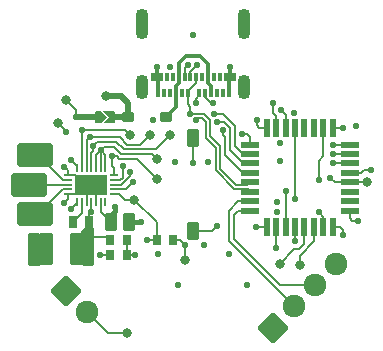
<source format=gtl>
G04*
G04 #@! TF.GenerationSoftware,Altium Limited,Altium Designer,25.1.2 (22)*
G04*
G04 Layer_Physical_Order=1*
G04 Layer_Color=255*
%FSLAX43Y43*%
%MOMM*%
G71*
G04*
G04 #@! TF.SameCoordinates,66C82C06-DC23-4D2E-A039-6B46B43C7AA7*
G04*
G04*
G04 #@! TF.FilePolarity,Positive*
G04*
G01*
G75*
%ADD13C,0.150*%
G04:AMPARAMS|DCode=14|XSize=1.5mm|YSize=1mm|CornerRadius=0.1mm|HoleSize=0mm|Usage=FLASHONLY|Rotation=90.000|XOffset=0mm|YOffset=0mm|HoleType=Round|Shape=RoundedRectangle|*
%AMROUNDEDRECTD14*
21,1,1.500,0.800,0,0,90.0*
21,1,1.300,1.000,0,0,90.0*
1,1,0.200,0.400,0.650*
1,1,0.200,0.400,-0.650*
1,1,0.200,-0.400,-0.650*
1,1,0.200,-0.400,0.650*
%
%ADD14ROUNDEDRECTD14*%
G04:AMPARAMS|DCode=15|XSize=0.55mm|YSize=1.45mm|CornerRadius=0.055mm|HoleSize=0mm|Usage=FLASHONLY|Rotation=270.000|XOffset=0mm|YOffset=0mm|HoleType=Round|Shape=RoundedRectangle|*
%AMROUNDEDRECTD15*
21,1,0.550,1.340,0,0,270.0*
21,1,0.440,1.450,0,0,270.0*
1,1,0.110,-0.670,-0.220*
1,1,0.110,-0.670,0.220*
1,1,0.110,0.670,0.220*
1,1,0.110,0.670,-0.220*
%
%ADD15ROUNDEDRECTD15*%
G04:AMPARAMS|DCode=16|XSize=0.55mm|YSize=1.45mm|CornerRadius=0.055mm|HoleSize=0mm|Usage=FLASHONLY|Rotation=180.000|XOffset=0mm|YOffset=0mm|HoleType=Round|Shape=RoundedRectangle|*
%AMROUNDEDRECTD16*
21,1,0.550,1.340,0,0,180.0*
21,1,0.440,1.450,0,0,180.0*
1,1,0.110,-0.220,0.670*
1,1,0.110,0.220,0.670*
1,1,0.110,0.220,-0.670*
1,1,0.110,-0.220,-0.670*
%
%ADD16ROUNDEDRECTD16*%
G04:AMPARAMS|DCode=17|XSize=0.7mm|YSize=0.9mm|CornerRadius=0.07mm|HoleSize=0mm|Usage=FLASHONLY|Rotation=180.000|XOffset=0mm|YOffset=0mm|HoleType=Round|Shape=RoundedRectangle|*
%AMROUNDEDRECTD17*
21,1,0.700,0.760,0,0,180.0*
21,1,0.560,0.900,0,0,180.0*
1,1,0.140,-0.280,0.380*
1,1,0.140,0.280,0.380*
1,1,0.140,0.280,-0.380*
1,1,0.140,-0.280,-0.380*
%
%ADD17ROUNDEDRECTD17*%
G04:AMPARAMS|DCode=18|XSize=0.3mm|YSize=0.7mm|CornerRadius=0.03mm|HoleSize=0mm|Usage=FLASHONLY|Rotation=180.000|XOffset=0mm|YOffset=0mm|HoleType=Round|Shape=RoundedRectangle|*
%AMROUNDEDRECTD18*
21,1,0.300,0.640,0,0,180.0*
21,1,0.240,0.700,0,0,180.0*
1,1,0.060,-0.120,0.320*
1,1,0.060,0.120,0.320*
1,1,0.060,0.120,-0.320*
1,1,0.060,-0.120,-0.320*
%
%ADD18ROUNDEDRECTD18*%
G04:AMPARAMS|DCode=19|XSize=1mm|YSize=0.7mm|CornerRadius=0.07mm|HoleSize=0mm|Usage=FLASHONLY|Rotation=180.000|XOffset=0mm|YOffset=0mm|HoleType=Round|Shape=RoundedRectangle|*
%AMROUNDEDRECTD19*
21,1,1.000,0.560,0,0,180.0*
21,1,0.860,0.700,0,0,180.0*
1,1,0.140,-0.430,0.280*
1,1,0.140,0.430,0.280*
1,1,0.140,0.430,-0.280*
1,1,0.140,-0.430,-0.280*
%
%ADD19ROUNDEDRECTD19*%
G04:AMPARAMS|DCode=20|XSize=2mm|YSize=3mm|CornerRadius=0.2mm|HoleSize=0mm|Usage=FLASHONLY|Rotation=90.000|XOffset=0mm|YOffset=0mm|HoleType=Round|Shape=RoundedRectangle|*
%AMROUNDEDRECTD20*
21,1,2.000,2.600,0,0,90.0*
21,1,1.600,3.000,0,0,90.0*
1,1,0.400,1.300,0.800*
1,1,0.400,1.300,-0.800*
1,1,0.400,-1.300,-0.800*
1,1,0.400,-1.300,0.800*
%
%ADD20ROUNDEDRECTD20*%
G04:AMPARAMS|DCode=21|XSize=0.2mm|YSize=0.7mm|CornerRadius=0.02mm|HoleSize=0mm|Usage=FLASHONLY|Rotation=0.000|XOffset=0mm|YOffset=0mm|HoleType=Round|Shape=RoundedRectangle|*
%AMROUNDEDRECTD21*
21,1,0.200,0.660,0,0,0.0*
21,1,0.160,0.700,0,0,0.0*
1,1,0.040,0.080,-0.330*
1,1,0.040,-0.080,-0.330*
1,1,0.040,-0.080,0.330*
1,1,0.040,0.080,0.330*
%
%ADD21ROUNDEDRECTD21*%
G04:AMPARAMS|DCode=22|XSize=0.2mm|YSize=0.7mm|CornerRadius=0.02mm|HoleSize=0mm|Usage=FLASHONLY|Rotation=270.000|XOffset=0mm|YOffset=0mm|HoleType=Round|Shape=RoundedRectangle|*
%AMROUNDEDRECTD22*
21,1,0.200,0.660,0,0,270.0*
21,1,0.160,0.700,0,0,270.0*
1,1,0.040,-0.330,-0.080*
1,1,0.040,-0.330,0.080*
1,1,0.040,0.330,0.080*
1,1,0.040,0.330,-0.080*
%
%ADD22ROUNDEDRECTD22*%
%ADD23R,2.700X1.700*%
G04:AMPARAMS|DCode=24|XSize=1.17mm|YSize=2.7mm|CornerRadius=0.117mm|HoleSize=0mm|Usage=FLASHONLY|Rotation=0.000|XOffset=0mm|YOffset=0mm|HoleType=Round|Shape=RoundedRectangle|*
%AMROUNDEDRECTD24*
21,1,1.170,2.466,0,0,0.0*
21,1,0.936,2.700,0,0,0.0*
1,1,0.234,0.468,-1.233*
1,1,0.234,-0.468,-1.233*
1,1,0.234,-0.468,1.233*
1,1,0.234,0.468,1.233*
%
%ADD24ROUNDEDRECTD24*%
G04:AMPARAMS|DCode=25|XSize=0.75mm|YSize=0.96mm|CornerRadius=0.075mm|HoleSize=0mm|Usage=FLASHONLY|Rotation=0.000|XOffset=0mm|YOffset=0mm|HoleType=Round|Shape=RoundedRectangle|*
%AMROUNDEDRECTD25*
21,1,0.750,0.810,0,0,0.0*
21,1,0.600,0.960,0,0,0.0*
1,1,0.150,0.300,-0.405*
1,1,0.150,-0.300,-0.405*
1,1,0.150,-0.300,0.405*
1,1,0.150,0.300,0.405*
%
%ADD25ROUNDEDRECTD25*%
G04:AMPARAMS|DCode=26|XSize=0.95mm|YSize=1.45mm|CornerRadius=0.095mm|HoleSize=0mm|Usage=FLASHONLY|Rotation=0.000|XOffset=0mm|YOffset=0mm|HoleType=Round|Shape=RoundedRectangle|*
%AMROUNDEDRECTD26*
21,1,0.950,1.260,0,0,0.0*
21,1,0.760,1.450,0,0,0.0*
1,1,0.190,0.380,-0.630*
1,1,0.190,-0.380,-0.630*
1,1,0.190,-0.380,0.630*
1,1,0.190,0.380,0.630*
%
%ADD26ROUNDEDRECTD26*%
G04:AMPARAMS|DCode=27|XSize=0.9mm|YSize=0.95mm|CornerRadius=0.09mm|HoleSize=0mm|Usage=FLASHONLY|Rotation=90.000|XOffset=0mm|YOffset=0mm|HoleType=Round|Shape=RoundedRectangle|*
%AMROUNDEDRECTD27*
21,1,0.900,0.770,0,0,90.0*
21,1,0.720,0.950,0,0,90.0*
1,1,0.180,0.385,0.360*
1,1,0.180,0.385,-0.360*
1,1,0.180,-0.385,-0.360*
1,1,0.180,-0.385,0.360*
%
%ADD27ROUNDEDRECTD27*%
%ADD49C,0.800*%
%ADD50C,0.200*%
%ADD51C,0.300*%
%ADD52C,0.500*%
%ADD53C,0.400*%
%ADD54C,1.925*%
G04:AMPARAMS|DCode=55|XSize=1.925mm|YSize=1.925mm|CornerRadius=0.193mm|HoleSize=0mm|Usage=FLASHONLY|Rotation=45.000|XOffset=0mm|YOffset=0mm|HoleType=Round|Shape=RoundedRectangle|*
%AMROUNDEDRECTD55*
21,1,1.925,1.540,0,0,45.0*
21,1,1.540,1.925,0,0,45.0*
1,1,0.385,1.089,0.000*
1,1,0.385,0.000,-1.089*
1,1,0.385,-1.089,0.000*
1,1,0.385,0.000,1.089*
%
%ADD55ROUNDEDRECTD55*%
G04:AMPARAMS|DCode=56|XSize=1.925mm|YSize=1.925mm|CornerRadius=0.193mm|HoleSize=0mm|Usage=FLASHONLY|Rotation=315.000|XOffset=0mm|YOffset=0mm|HoleType=Round|Shape=RoundedRectangle|*
%AMROUNDEDRECTD56*
21,1,1.925,1.540,0,0,315.0*
21,1,1.540,1.925,0,0,315.0*
1,1,0.385,0.000,-1.089*
1,1,0.385,-1.089,0.000*
1,1,0.385,0.000,1.089*
1,1,0.385,1.089,0.000*
%
%ADD56ROUNDEDRECTD56*%
%ADD57O,1.100X2.100*%
%ADD58O,1.100X2.600*%
%ADD59C,0.550*%
G36*
X-12827Y-4318D02*
Y-6604D01*
X-13081Y-6858D01*
X-13843D01*
X-13939Y-6762D01*
X-13970Y-6695D01*
Y-4191D01*
X-13843Y-4064D01*
X-13081D01*
X-12827Y-4318D01*
D02*
G37*
G36*
X-8382Y-3683D02*
Y-6731D01*
X-8509Y-6858D01*
X-9271D01*
X-9525Y-6604D01*
Y-3937D01*
X-9144Y-3556D01*
X-8509D01*
X-8382Y-3683D01*
D02*
G37*
G36*
G01X-8318Y5265D02*
G01X-8318Y6165D01*
G02X-8268Y6215I50J0D01*
G01X-7818D01*
G01X-7318Y5715D01*
G01X-7818Y5215D01*
G01X-8268D01*
G02X-8318Y5265I-0J50D01*
D02*
G37*
G36*
G01X-6668Y5265D02*
G01X-6668Y6165D01*
G03X-6718Y6215I-50J0D01*
G01X-7668D01*
G01X-7168Y5715D01*
G01X-7668Y5215D01*
G01X-6718D01*
G03X-6668Y5265I0J50D01*
D02*
G37*
D13*
X14400Y1200D02*
X15050D01*
X14200Y1000D02*
X14400Y1200D01*
X13225Y1000D02*
X14200D01*
X12000Y200D02*
X13225D01*
X11600Y600D02*
X12000Y200D01*
X11000Y2400D02*
Y4825D01*
X10600Y400D02*
Y2000D01*
X11000Y2400D01*
X6700Y6100D02*
Y6900D01*
Y6100D02*
X7000Y5800D01*
Y4825D02*
Y5800D01*
X7400Y6300D02*
X7800Y5900D01*
Y4825D02*
Y5900D01*
X-700Y-6400D02*
Y-5100D01*
X-6300Y2200D02*
X-4800D01*
X-3100Y500D01*
X-6500Y2400D02*
X-6300Y2200D01*
X-6900Y2400D02*
X-6500D01*
X-3500Y2600D02*
X-3100Y2200D01*
X-6700Y3200D02*
X-6100Y2600D01*
X-3500D01*
X-7555Y3200D02*
X-6700D01*
X-7855Y2900D02*
X-7555Y3200D01*
X-6900Y1600D02*
Y2400D01*
X-6705Y800D02*
Y1405D01*
X-6900Y1600D02*
X-6705Y1405D01*
X-8500Y3300D02*
X-8150Y3650D01*
X-6550D02*
X-5900Y3000D01*
X-8150Y3650D02*
X-6550D01*
X-3200Y3000D02*
X-2000Y4200D01*
X-5900Y3000D02*
X-3200D01*
X-4500Y3400D02*
X-3700Y4200D01*
X-5655Y3400D02*
X-4500D01*
X-6255Y4000D02*
X-5655Y3400D01*
X-8800Y4000D02*
X-6255D01*
X-5800Y4600D02*
X-5400Y4200D01*
X-9455Y4600D02*
X-5800D01*
X-9455Y1450D02*
Y4600D01*
X-9055Y3745D02*
X-8800Y4000D01*
X-9055Y1450D02*
Y3745D01*
X-8500Y2836D02*
Y3300D01*
X-8655Y2681D02*
X-8500Y2836D01*
X-8655Y1450D02*
Y2681D01*
X0Y1800D02*
Y3950D01*
X1550Y-3950D02*
X2000Y-3500D01*
X0Y-3950D02*
X1550D01*
X2222Y1355D02*
X3610Y-33D01*
X1041Y3957D02*
X1872Y3126D01*
Y1210D02*
X3465Y-383D01*
X2222Y1355D02*
Y3270D01*
X1391Y4102D02*
X2222Y3270D01*
X1872Y1210D02*
Y3126D01*
X3610Y-33D02*
X4507D01*
X3465Y-383D02*
X4593D01*
X1041Y3957D02*
Y5334D01*
X715Y5659D02*
X1041Y5334D01*
X1391Y4102D02*
Y5479D01*
X860Y6009D02*
X1391Y5479D01*
X-257Y6009D02*
X860D01*
X454Y5659D02*
X715D01*
X13225Y200D02*
X14700D01*
X10600Y-2300D02*
X11000Y-2700D01*
Y-3625D02*
Y-2700D01*
X9000Y-6000D02*
X10200Y-4800D01*
X9000Y-6800D02*
Y-6000D01*
X10200Y-4800D02*
Y-3625D01*
X8539Y-5461D02*
X8939D01*
X9400Y-5000D01*
Y-3625D01*
X7300Y-6700D02*
X8539Y-5461D01*
X7000Y-5400D02*
Y-3625D01*
X8600Y-4800D02*
Y-3625D01*
X5291D02*
X6200D01*
X5285Y-3619D02*
X5291Y-3625D01*
X8600Y-1200D02*
Y4825D01*
X7800Y-3625D02*
Y-500D01*
X-6705Y-400D02*
X-5700D01*
X-5100Y200D01*
X-5400Y700D02*
Y1100D01*
X-6100Y0D02*
X-5400Y700D01*
X-6705Y0D02*
X-6100D01*
X-6200Y400D02*
X-6000Y600D01*
Y1600D01*
X-6705Y400D02*
X-6200D01*
X11800Y4825D02*
X11825Y4800D01*
X12700D01*
X-5665Y-5969D02*
X-4953D01*
X-5665D02*
Y-4699D01*
X1700Y6000D02*
X2500D01*
X3500Y3300D02*
Y5000D01*
X2500Y6000D02*
X3500Y5000D01*
X2600Y5300D02*
X3100Y4800D01*
X2000Y5300D02*
X2600D01*
X3100Y2900D02*
Y4800D01*
X2500Y4200D02*
X2700Y4000D01*
Y2500D02*
Y4000D01*
X2500Y4200D02*
Y4600D01*
X-6705Y-800D02*
X-6300D01*
X-5800Y-1300D01*
X-5000D01*
X-3098Y-3202D01*
Y-4699D02*
Y-3202D01*
X-3099Y-4700D02*
X-3098Y-4699D01*
X-3900Y-4700D02*
X-3099D01*
X-7455Y1450D02*
Y2500D01*
X-8255D02*
X-7855Y2900D01*
Y1450D02*
Y2900D01*
X-8255Y1450D02*
Y2500D01*
X-7855Y2900D02*
X-7455Y2500D01*
X2700Y2500D02*
X4200Y1000D01*
X4775D01*
X3100Y2900D02*
X4200Y1800D01*
X4775D01*
X3500Y3300D02*
X4200Y2600D01*
X4775D01*
X3800Y-2200D02*
X4775D01*
X3400Y-4600D02*
Y-2600D01*
X3800Y-2200D01*
X3000D02*
X3800Y-1400D01*
X3000Y-4796D02*
Y-2200D01*
X3800Y-1400D02*
X4775D01*
X7302Y-8502D02*
X10298D01*
X3400Y-4600D02*
X7302Y-8502D01*
X3000Y-4796D02*
X8502Y-10298D01*
X4507Y-33D02*
X4775Y235D01*
X4593Y-383D02*
X4775Y-565D01*
X13225Y-2825D02*
X13450Y-3050D01*
X13900D01*
X13225Y-2825D02*
Y-2200D01*
X11800Y-3625D02*
X12425D01*
X12650Y-4300D02*
Y-3850D01*
X12425Y-3625D02*
X12650Y-3850D01*
X5350Y5050D02*
X5575Y4825D01*
X5350Y5050D02*
Y5500D01*
X5575Y4825D02*
X6200D01*
X4775Y3400D02*
Y4025D01*
X4100Y4250D02*
X4550D01*
X4775Y4025D01*
X11801Y3400D02*
X13225D01*
X11800Y2600D02*
X13225D01*
X11801Y1800D02*
X13225D01*
X-10804Y4500D02*
Y4581D01*
X-11430Y5207D02*
X-10804Y4581D01*
X254Y5459D02*
X454Y5659D01*
X-276Y5990D02*
X-257Y6009D01*
X500Y7607D02*
Y7790D01*
X175Y6896D02*
Y7281D01*
X500Y7607D01*
X-500Y6801D02*
X-276Y6577D01*
Y5990D02*
Y6577D01*
X-500Y6801D02*
Y7790D01*
X250Y8640D02*
Y9140D01*
X-500Y7790D02*
Y7890D01*
X250Y8640D01*
X-250Y9140D02*
Y9558D01*
X322Y10130D01*
X1527Y6889D02*
X1661D01*
X1000Y7416D02*
X1527Y6889D01*
X1000Y7416D02*
Y7790D01*
X-750Y9879D02*
X-474Y10155D01*
X-750Y9140D02*
Y9879D01*
X-9906Y5715D02*
Y6309D01*
X-10804Y7207D02*
X-9906Y6309D01*
X-7874Y-5969D02*
X-7035D01*
X-7289Y-4445D02*
X-7035Y-4699D01*
X-8763Y-4445D02*
X-7289D01*
X-8714Y-2287D02*
X-8655Y-2228D01*
D14*
X0Y3950D02*
D03*
Y-3950D02*
D03*
D15*
X13225Y-2200D02*
D03*
Y-1400D02*
D03*
Y-600D02*
D03*
Y200D02*
D03*
Y1000D02*
D03*
Y1800D02*
D03*
Y2600D02*
D03*
Y3400D02*
D03*
X4775D02*
D03*
Y2600D02*
D03*
Y1800D02*
D03*
Y1000D02*
D03*
Y200D02*
D03*
Y-600D02*
D03*
Y-1400D02*
D03*
Y-2200D02*
D03*
D16*
X11800Y4825D02*
D03*
X11000D02*
D03*
X10200D02*
D03*
X9400D02*
D03*
X8600D02*
D03*
X7800D02*
D03*
X7000D02*
D03*
X6200D02*
D03*
Y-3625D02*
D03*
X7000D02*
D03*
X7800D02*
D03*
X8600D02*
D03*
X9400D02*
D03*
X10200D02*
D03*
X11000D02*
D03*
X11800D02*
D03*
D17*
X-5665Y-4699D02*
D03*
X-7035D02*
D03*
Y-5969D02*
D03*
X-5665D02*
D03*
X-3098Y-4699D02*
D03*
X-1728D02*
D03*
D18*
X3000Y7790D02*
D03*
X2500D02*
D03*
X2000D02*
D03*
X1500D02*
D03*
X1000D02*
D03*
X500Y7790D02*
D03*
X-500D02*
D03*
X-1000Y7790D02*
D03*
X-1500D02*
D03*
X-2000D02*
D03*
X-2500D02*
D03*
X-3000D02*
D03*
X-2250Y9140D02*
D03*
X-1750D02*
D03*
X-1250D02*
D03*
X-750D02*
D03*
X-250D02*
D03*
X250D02*
D03*
X750D02*
D03*
X1250D02*
D03*
X1750D02*
D03*
X2250D02*
D03*
D19*
X-3100D02*
D03*
X3100D02*
D03*
D20*
X-13405Y2500D02*
D03*
X-13905Y0D02*
D03*
X-13405Y-2500D02*
D03*
D21*
X-7455Y1450D02*
D03*
X-7855D02*
D03*
X-8255D02*
D03*
X-8655D02*
D03*
X-9055D02*
D03*
X-9455Y1450D02*
D03*
X-9855D02*
D03*
Y-1450D02*
D03*
X-9455D02*
D03*
X-9055Y-1450D02*
D03*
X-8655Y-1450D02*
D03*
X-8255Y-1450D02*
D03*
X-7855D02*
D03*
X-7455D02*
D03*
D22*
X-10605Y800D02*
D03*
Y400D02*
D03*
Y0D02*
D03*
Y-400D02*
D03*
Y-800D02*
D03*
X-6705Y-800D02*
D03*
X-6705Y-400D02*
D03*
X-6705Y0D02*
D03*
Y400D02*
D03*
Y800D02*
D03*
D23*
X-8655Y0D02*
D03*
D24*
X-12496Y-5461D02*
D03*
X-9856D02*
D03*
D25*
X-10225Y-3175D02*
D03*
X-8825D02*
D03*
D26*
X-5423D02*
D03*
X-7023D02*
D03*
D27*
X-2362Y5715D02*
D03*
X-5512D02*
D03*
D49*
X-5600Y-12600D02*
D03*
X-11430Y5207D02*
D03*
X9000Y-6800D02*
D03*
X-700Y-6400D02*
D03*
X-5000Y-1300D02*
D03*
X-3100Y500D02*
D03*
X-5400Y4200D02*
D03*
X-3700D02*
D03*
X-2000D02*
D03*
X-10804Y7207D02*
D03*
X-3100Y2200D02*
D03*
X14700Y200D02*
D03*
X-7378Y7476D02*
D03*
X7300Y-6700D02*
D03*
D50*
X-9008Y-10804D02*
X-7212Y-12600D01*
X-5600D01*
X-1101Y-4699D02*
X-700Y-5100D01*
X-1728Y-4699D02*
X-1101D01*
X-8825Y-2397D02*
X-8714Y-2286D01*
X-8655Y-2228D02*
Y-1450D01*
Y0D02*
X-8255Y-400D01*
Y-1450D02*
Y-400D01*
X-10605Y-800D02*
X-10020D01*
X-9220Y0D01*
X-10605Y800D02*
X-10020D01*
X-9220Y0D02*
X-8655D01*
X-10020Y800D02*
X-9220Y0D01*
X-9055Y-400D02*
X-8655Y0D01*
X-9055Y-1450D02*
Y-400D01*
X-7855Y-2343D02*
Y-1450D01*
Y-2343D02*
X-7023Y-3175D01*
X-9855Y1450D02*
Y1563D01*
X-10392Y2100D02*
X-9855Y1563D01*
X-10392Y-2100D02*
X-9855Y-1563D01*
Y-1450D01*
X-9455Y-2405D02*
Y-1450D01*
X-10225Y-3175D02*
X-9455Y-2405D01*
X-8714Y-2286D02*
X-8714Y-2286D01*
Y-2287D02*
Y-2286D01*
X-8825Y-3175D02*
Y-2397D01*
X-13905Y0D02*
X-13905Y0D01*
X-10605D01*
X-11068Y400D02*
X-10605D01*
X-13168Y2500D02*
X-11068Y400D01*
X-13405Y2500D02*
X-13168D01*
X-13405Y-2500D02*
X-13168D01*
X-11068Y-400D01*
X-10605D01*
Y-1207D02*
Y-800D01*
X-10922Y-1524D02*
X-10605Y-1207D01*
X-10922Y1524D02*
X-10605Y1207D01*
Y800D02*
Y1207D01*
D51*
X-645Y10911D02*
X519D01*
X-1250Y10306D02*
X-645Y10911D01*
X-1250Y9140D02*
Y10306D01*
X519Y10911D02*
X1250Y10180D01*
X3100Y9140D02*
Y10000D01*
X-3100Y9140D02*
Y10000D01*
Y9140D02*
X-3000Y9040D01*
Y7790D02*
Y9040D01*
X3000D02*
X3100Y9140D01*
X3000Y7790D02*
Y9040D01*
X1250Y9140D02*
Y10180D01*
X-1250Y9140D02*
X-1250D01*
X1250Y8581D02*
Y9140D01*
Y8581D02*
X1500Y8331D01*
Y7790D02*
Y8331D01*
X-1500Y7790D02*
Y8331D01*
X-1250Y8581D01*
Y9140D01*
X-1500Y6577D02*
Y7790D01*
X-2362Y5715D02*
X-1500Y6577D01*
D52*
X-7378Y7476D02*
X-6099D01*
X-5512Y6889D01*
Y5715D02*
Y6889D01*
X-6768Y5715D02*
X-5512D01*
X-9906D02*
X-9017D01*
X-7818D01*
D53*
X-5423Y-3175D02*
X-4445D01*
X-6604Y-2266D02*
Y-1905D01*
X-7023Y-2685D02*
X-6604Y-2266D01*
X-7023Y-3175D02*
Y-2685D01*
D54*
X12094Y-6706D02*
D03*
X10298Y-8502D02*
D03*
X8502Y-10298D02*
D03*
X-9008Y-10804D02*
D03*
D55*
X6706Y-12094D02*
D03*
D56*
X-10804Y-9008D02*
D03*
D57*
X-4320Y8250D02*
D03*
X4320D02*
D03*
D58*
X-4320Y13610D02*
D03*
X4320D02*
D03*
D59*
X15050Y1200D02*
D03*
X11600Y600D02*
D03*
X6700Y6900D02*
D03*
X7400Y6300D02*
D03*
X-6900Y2400D02*
D03*
X8500Y6100D02*
D03*
X7300Y3500D02*
D03*
Y2000D02*
D03*
X10600Y400D02*
D03*
X-8800Y4000D02*
D03*
X-8500Y3300D02*
D03*
X-9455Y4600D02*
D03*
X0Y1800D02*
D03*
X1200Y1900D02*
D03*
X900Y-5100D02*
D03*
X2000Y-3500D02*
D03*
X7100Y-1500D02*
D03*
X-700Y-5100D02*
D03*
X10600Y-2300D02*
D03*
X7000Y-5400D02*
D03*
X8600Y-4800D02*
D03*
X5285Y-3619D02*
D03*
X8600Y-1200D02*
D03*
X7800Y-500D02*
D03*
X-1524Y1905D02*
D03*
X-5100Y200D02*
D03*
X-5400Y1100D02*
D03*
X-6000Y1600D02*
D03*
X12700Y4800D02*
D03*
X-4953Y-5969D02*
D03*
X2500Y4600D02*
D03*
X2000Y5300D02*
D03*
X1700Y6000D02*
D03*
X-3900Y-4700D02*
D03*
X-7855Y2900D02*
D03*
X-3400Y5500D02*
D03*
X-2000Y10000D02*
D03*
X12650Y-4300D02*
D03*
X13900Y-3050D02*
D03*
X11801Y3400D02*
D03*
X11800Y2600D02*
D03*
X11801Y1800D02*
D03*
X5350Y5500D02*
D03*
X4100Y4250D02*
D03*
X13750Y5000D02*
D03*
X-10804Y4500D02*
D03*
X175Y6896D02*
D03*
X-276Y5990D02*
D03*
X254Y5459D02*
D03*
X322Y10130D02*
D03*
X0Y12685D02*
D03*
X1661Y6889D02*
D03*
X-474Y10155D02*
D03*
X4572Y-8525D02*
D03*
X-1270Y-8537D02*
D03*
X3000Y-5858D02*
D03*
X-3000Y-5858D02*
D03*
X-6099Y7476D02*
D03*
X-7874Y-5969D02*
D03*
X7100Y-2300D02*
D03*
X-8763Y-6477D02*
D03*
Y-5461D02*
D03*
Y-4445D02*
D03*
X-13589Y-6477D02*
D03*
Y-5461D02*
D03*
Y-4445D02*
D03*
X3100Y10000D02*
D03*
X-3100D02*
D03*
X-4445Y-3175D02*
D03*
X-6604Y-1905D02*
D03*
X-9906Y5715D02*
D03*
X-9017D02*
D03*
X-10392Y2100D02*
D03*
Y-2100D02*
D03*
X-8714Y-2287D02*
D03*
X-10922Y-1524D02*
D03*
Y1524D02*
D03*
M02*

</source>
